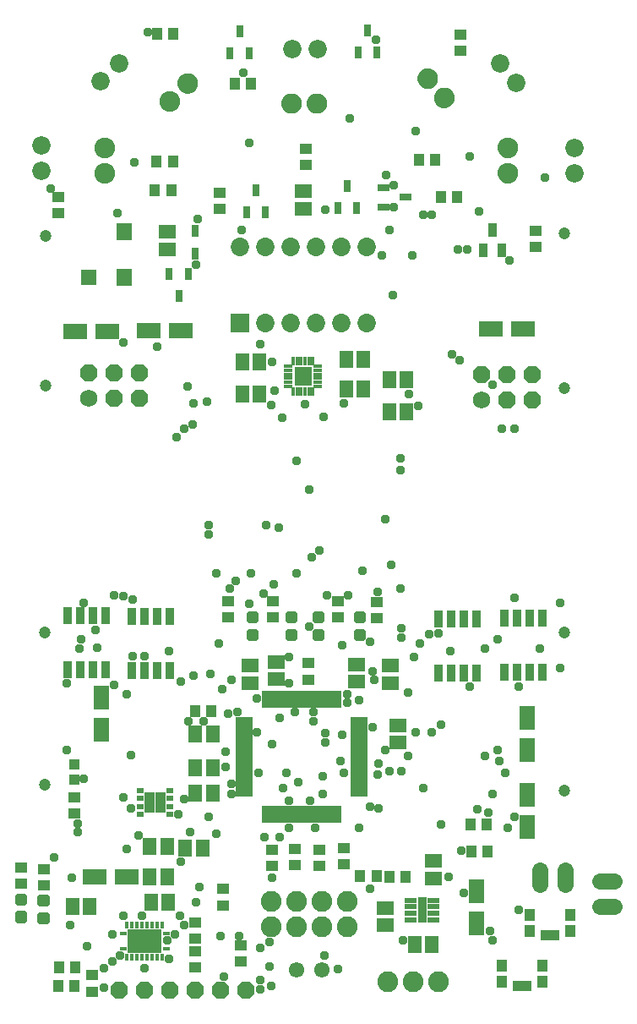
<source format=gbr>
G04 EAGLE Gerber RS-274X export*
G75*
%MOMM*%
%FSLAX34Y34*%
%LPD*%
%INSoldermask Top*%
%IPPOS*%
%AMOC8*
5,1,8,0,0,1.08239X$1,22.5*%
G01*
%ADD10C,1.203200*%
%ADD11R,1.668500X1.367800*%
%ADD12R,1.367800X1.668500*%
%ADD13C,1.000000*%
%ADD14C,0.505344*%
%ADD15R,0.703200X1.278200*%
%ADD16R,1.853200X1.853200*%
%ADD17C,1.853200*%
%ADD18R,0.653200X0.603200*%
%ADD19R,1.003200X2.103200*%
%ADD20R,1.253200X0.553200*%
%ADD21R,0.903200X2.553200*%
%ADD22R,0.853200X1.453200*%
%ADD23R,0.853200X1.731200*%
%ADD24R,0.953200X0.403200*%
%ADD25R,0.403200X0.953200*%
%ADD26R,1.793200X1.953200*%
%ADD27R,0.803200X0.443200*%
%ADD28R,0.443200X0.803200*%
%ADD29R,3.393200X2.393200*%
%ADD30R,1.653200X0.503200*%
%ADD31R,0.503200X1.653200*%
%ADD32C,1.551200*%
%ADD33C,1.727200*%
%ADD34P,1.869504X8X22.500000*%
%ADD35C,2.082800*%
%ADD36C,1.625600*%
%ADD37R,2.403200X1.603200*%
%ADD38R,1.603200X2.403200*%
%ADD39R,1.503200X1.703200*%
%ADD40R,1.503200X1.503200*%
%ADD41R,1.003200X1.003200*%
%ADD42R,0.903200X1.728200*%
%ADD43R,1.253200X0.803200*%
%ADD44R,0.803200X1.253200*%
%ADD45C,1.838200*%
%ADD46R,1.001900X1.177100*%
%ADD47R,1.177100X1.001900*%
%ADD48R,1.103200X1.203200*%
%ADD49R,1.903200X1.003200*%
%ADD50P,1.869504X8X292.500000*%
%ADD51C,0.959600*%


D10*
X-258580Y125080D03*
X-258580Y274920D03*
X261120Y277460D03*
X261120Y122540D03*
X261120Y-122540D03*
X261120Y-281270D03*
X-259850Y-274920D03*
X-259850Y-122540D03*
D11*
X81800Y-415714D03*
X81800Y-398206D03*
D12*
X85746Y98500D03*
X103254Y98500D03*
X85746Y130250D03*
X103254Y130250D03*
D11*
X130060Y-351216D03*
X130060Y-368724D03*
D12*
X111146Y-434900D03*
X128654Y-434900D03*
X-135506Y-392990D03*
X-153014Y-392990D03*
D11*
X-27420Y-151826D03*
X-27420Y-169334D03*
X-136640Y261196D03*
X-136640Y278704D03*
D12*
X-61574Y116280D03*
X-44066Y116280D03*
X-44066Y148030D03*
X-61574Y148030D03*
X42566Y121360D03*
X60074Y121360D03*
X42566Y150570D03*
X60074Y150570D03*
D11*
X94500Y-215326D03*
X94500Y-232834D03*
X52590Y-154366D03*
X52590Y-171874D03*
X86880Y-155636D03*
X86880Y-173144D03*
D12*
X-91056Y-258370D03*
X-108564Y-258370D03*
X-91056Y-283770D03*
X-108564Y-283770D03*
D11*
X-750Y301836D03*
X-750Y319344D03*
D12*
X-154284Y-337110D03*
X-136776Y-337110D03*
X-214246Y-396800D03*
X-231754Y-396800D03*
X-136776Y-367590D03*
X-154284Y-367590D03*
X-101216Y-338380D03*
X-118724Y-338380D03*
D11*
X-53380Y-155636D03*
X-53380Y-173144D03*
D12*
X-91056Y-224080D03*
X-108564Y-224080D03*
D13*
X199610Y337300D02*
X199612Y337441D01*
X199618Y337582D01*
X199628Y337722D01*
X199642Y337862D01*
X199660Y338002D01*
X199681Y338141D01*
X199707Y338280D01*
X199736Y338418D01*
X199770Y338554D01*
X199807Y338690D01*
X199848Y338825D01*
X199893Y338959D01*
X199942Y339091D01*
X199994Y339222D01*
X200050Y339351D01*
X200110Y339478D01*
X200173Y339604D01*
X200239Y339728D01*
X200310Y339851D01*
X200383Y339971D01*
X200460Y340089D01*
X200540Y340205D01*
X200624Y340318D01*
X200710Y340429D01*
X200800Y340538D01*
X200893Y340644D01*
X200988Y340747D01*
X201087Y340848D01*
X201188Y340946D01*
X201292Y341041D01*
X201399Y341133D01*
X201508Y341222D01*
X201620Y341307D01*
X201734Y341390D01*
X201850Y341470D01*
X201969Y341546D01*
X202090Y341618D01*
X202212Y341688D01*
X202337Y341753D01*
X202463Y341816D01*
X202591Y341874D01*
X202721Y341929D01*
X202852Y341981D01*
X202985Y342028D01*
X203119Y342072D01*
X203254Y342113D01*
X203390Y342149D01*
X203527Y342181D01*
X203665Y342210D01*
X203803Y342235D01*
X203943Y342255D01*
X204083Y342272D01*
X204223Y342285D01*
X204364Y342294D01*
X204504Y342299D01*
X204645Y342300D01*
X204786Y342297D01*
X204927Y342290D01*
X205067Y342279D01*
X205207Y342264D01*
X205347Y342245D01*
X205486Y342223D01*
X205624Y342196D01*
X205762Y342166D01*
X205898Y342131D01*
X206034Y342093D01*
X206168Y342051D01*
X206302Y342005D01*
X206434Y341956D01*
X206564Y341902D01*
X206693Y341845D01*
X206820Y341785D01*
X206946Y341721D01*
X207069Y341653D01*
X207191Y341582D01*
X207311Y341508D01*
X207428Y341430D01*
X207543Y341349D01*
X207656Y341265D01*
X207767Y341178D01*
X207875Y341087D01*
X207980Y340994D01*
X208083Y340897D01*
X208183Y340798D01*
X208280Y340696D01*
X208374Y340591D01*
X208465Y340484D01*
X208553Y340374D01*
X208638Y340262D01*
X208720Y340147D01*
X208799Y340030D01*
X208874Y339911D01*
X208946Y339790D01*
X209014Y339667D01*
X209079Y339542D01*
X209141Y339415D01*
X209198Y339286D01*
X209253Y339156D01*
X209303Y339025D01*
X209350Y338892D01*
X209393Y338758D01*
X209432Y338622D01*
X209467Y338486D01*
X209499Y338349D01*
X209526Y338211D01*
X209550Y338072D01*
X209570Y337932D01*
X209586Y337792D01*
X209598Y337652D01*
X209606Y337511D01*
X209610Y337370D01*
X209610Y337230D01*
X209606Y337089D01*
X209598Y336948D01*
X209586Y336808D01*
X209570Y336668D01*
X209550Y336528D01*
X209526Y336389D01*
X209499Y336251D01*
X209467Y336114D01*
X209432Y335978D01*
X209393Y335842D01*
X209350Y335708D01*
X209303Y335575D01*
X209253Y335444D01*
X209198Y335314D01*
X209141Y335185D01*
X209079Y335058D01*
X209014Y334933D01*
X208946Y334810D01*
X208874Y334689D01*
X208799Y334570D01*
X208720Y334453D01*
X208638Y334338D01*
X208553Y334226D01*
X208465Y334116D01*
X208374Y334009D01*
X208280Y333904D01*
X208183Y333802D01*
X208083Y333703D01*
X207980Y333606D01*
X207875Y333513D01*
X207767Y333422D01*
X207656Y333335D01*
X207543Y333251D01*
X207428Y333170D01*
X207311Y333092D01*
X207191Y333018D01*
X207069Y332947D01*
X206946Y332879D01*
X206820Y332815D01*
X206693Y332755D01*
X206564Y332698D01*
X206434Y332644D01*
X206302Y332595D01*
X206168Y332549D01*
X206034Y332507D01*
X205898Y332469D01*
X205762Y332434D01*
X205624Y332404D01*
X205486Y332377D01*
X205347Y332355D01*
X205207Y332336D01*
X205067Y332321D01*
X204927Y332310D01*
X204786Y332303D01*
X204645Y332300D01*
X204504Y332301D01*
X204364Y332306D01*
X204223Y332315D01*
X204083Y332328D01*
X203943Y332345D01*
X203803Y332365D01*
X203665Y332390D01*
X203527Y332419D01*
X203390Y332451D01*
X203254Y332487D01*
X203119Y332528D01*
X202985Y332572D01*
X202852Y332619D01*
X202721Y332671D01*
X202591Y332726D01*
X202463Y332784D01*
X202337Y332847D01*
X202212Y332912D01*
X202090Y332982D01*
X201969Y333054D01*
X201850Y333130D01*
X201734Y333210D01*
X201620Y333293D01*
X201508Y333378D01*
X201399Y333467D01*
X201292Y333559D01*
X201188Y333654D01*
X201087Y333752D01*
X200988Y333853D01*
X200893Y333956D01*
X200800Y334062D01*
X200710Y334171D01*
X200624Y334282D01*
X200540Y334395D01*
X200460Y334511D01*
X200383Y334629D01*
X200310Y334749D01*
X200239Y334872D01*
X200173Y334996D01*
X200110Y335122D01*
X200050Y335249D01*
X199994Y335378D01*
X199942Y335509D01*
X199893Y335641D01*
X199848Y335775D01*
X199807Y335910D01*
X199770Y336046D01*
X199736Y336182D01*
X199707Y336320D01*
X199681Y336459D01*
X199660Y336598D01*
X199642Y336738D01*
X199628Y336878D01*
X199618Y337018D01*
X199612Y337159D01*
X199610Y337300D01*
X199610Y362700D02*
X199612Y362841D01*
X199618Y362982D01*
X199628Y363122D01*
X199642Y363262D01*
X199660Y363402D01*
X199681Y363541D01*
X199707Y363680D01*
X199736Y363818D01*
X199770Y363954D01*
X199807Y364090D01*
X199848Y364225D01*
X199893Y364359D01*
X199942Y364491D01*
X199994Y364622D01*
X200050Y364751D01*
X200110Y364878D01*
X200173Y365004D01*
X200239Y365128D01*
X200310Y365251D01*
X200383Y365371D01*
X200460Y365489D01*
X200540Y365605D01*
X200624Y365718D01*
X200710Y365829D01*
X200800Y365938D01*
X200893Y366044D01*
X200988Y366147D01*
X201087Y366248D01*
X201188Y366346D01*
X201292Y366441D01*
X201399Y366533D01*
X201508Y366622D01*
X201620Y366707D01*
X201734Y366790D01*
X201850Y366870D01*
X201969Y366946D01*
X202090Y367018D01*
X202212Y367088D01*
X202337Y367153D01*
X202463Y367216D01*
X202591Y367274D01*
X202721Y367329D01*
X202852Y367381D01*
X202985Y367428D01*
X203119Y367472D01*
X203254Y367513D01*
X203390Y367549D01*
X203527Y367581D01*
X203665Y367610D01*
X203803Y367635D01*
X203943Y367655D01*
X204083Y367672D01*
X204223Y367685D01*
X204364Y367694D01*
X204504Y367699D01*
X204645Y367700D01*
X204786Y367697D01*
X204927Y367690D01*
X205067Y367679D01*
X205207Y367664D01*
X205347Y367645D01*
X205486Y367623D01*
X205624Y367596D01*
X205762Y367566D01*
X205898Y367531D01*
X206034Y367493D01*
X206168Y367451D01*
X206302Y367405D01*
X206434Y367356D01*
X206564Y367302D01*
X206693Y367245D01*
X206820Y367185D01*
X206946Y367121D01*
X207069Y367053D01*
X207191Y366982D01*
X207311Y366908D01*
X207428Y366830D01*
X207543Y366749D01*
X207656Y366665D01*
X207767Y366578D01*
X207875Y366487D01*
X207980Y366394D01*
X208083Y366297D01*
X208183Y366198D01*
X208280Y366096D01*
X208374Y365991D01*
X208465Y365884D01*
X208553Y365774D01*
X208638Y365662D01*
X208720Y365547D01*
X208799Y365430D01*
X208874Y365311D01*
X208946Y365190D01*
X209014Y365067D01*
X209079Y364942D01*
X209141Y364815D01*
X209198Y364686D01*
X209253Y364556D01*
X209303Y364425D01*
X209350Y364292D01*
X209393Y364158D01*
X209432Y364022D01*
X209467Y363886D01*
X209499Y363749D01*
X209526Y363611D01*
X209550Y363472D01*
X209570Y363332D01*
X209586Y363192D01*
X209598Y363052D01*
X209606Y362911D01*
X209610Y362770D01*
X209610Y362630D01*
X209606Y362489D01*
X209598Y362348D01*
X209586Y362208D01*
X209570Y362068D01*
X209550Y361928D01*
X209526Y361789D01*
X209499Y361651D01*
X209467Y361514D01*
X209432Y361378D01*
X209393Y361242D01*
X209350Y361108D01*
X209303Y360975D01*
X209253Y360844D01*
X209198Y360714D01*
X209141Y360585D01*
X209079Y360458D01*
X209014Y360333D01*
X208946Y360210D01*
X208874Y360089D01*
X208799Y359970D01*
X208720Y359853D01*
X208638Y359738D01*
X208553Y359626D01*
X208465Y359516D01*
X208374Y359409D01*
X208280Y359304D01*
X208183Y359202D01*
X208083Y359103D01*
X207980Y359006D01*
X207875Y358913D01*
X207767Y358822D01*
X207656Y358735D01*
X207543Y358651D01*
X207428Y358570D01*
X207311Y358492D01*
X207191Y358418D01*
X207069Y358347D01*
X206946Y358279D01*
X206820Y358215D01*
X206693Y358155D01*
X206564Y358098D01*
X206434Y358044D01*
X206302Y357995D01*
X206168Y357949D01*
X206034Y357907D01*
X205898Y357869D01*
X205762Y357834D01*
X205624Y357804D01*
X205486Y357777D01*
X205347Y357755D01*
X205207Y357736D01*
X205067Y357721D01*
X204927Y357710D01*
X204786Y357703D01*
X204645Y357700D01*
X204504Y357701D01*
X204364Y357706D01*
X204223Y357715D01*
X204083Y357728D01*
X203943Y357745D01*
X203803Y357765D01*
X203665Y357790D01*
X203527Y357819D01*
X203390Y357851D01*
X203254Y357887D01*
X203119Y357928D01*
X202985Y357972D01*
X202852Y358019D01*
X202721Y358071D01*
X202591Y358126D01*
X202463Y358184D01*
X202337Y358247D01*
X202212Y358312D01*
X202090Y358382D01*
X201969Y358454D01*
X201850Y358530D01*
X201734Y358610D01*
X201620Y358693D01*
X201508Y358778D01*
X201399Y358867D01*
X201292Y358959D01*
X201188Y359054D01*
X201087Y359152D01*
X200988Y359253D01*
X200893Y359356D01*
X200800Y359462D01*
X200710Y359571D01*
X200624Y359682D01*
X200540Y359795D01*
X200460Y359911D01*
X200383Y360029D01*
X200310Y360149D01*
X200239Y360272D01*
X200173Y360396D01*
X200110Y360522D01*
X200050Y360649D01*
X199994Y360778D01*
X199942Y360909D01*
X199893Y361041D01*
X199848Y361175D01*
X199807Y361310D01*
X199770Y361446D01*
X199736Y361582D01*
X199707Y361720D01*
X199681Y361859D01*
X199660Y361998D01*
X199642Y362138D01*
X199628Y362278D01*
X199618Y362418D01*
X199612Y362559D01*
X199610Y362700D01*
D14*
X-48060Y-110850D02*
X-55040Y-110850D01*
X-55040Y-103870D01*
X-48060Y-103870D01*
X-48060Y-110850D01*
X-48060Y-106050D02*
X-55040Y-106050D01*
X-55040Y-128390D02*
X-48060Y-128390D01*
X-55040Y-128390D02*
X-55040Y-121410D01*
X-48060Y-121410D01*
X-48060Y-128390D01*
X-48060Y-123590D02*
X-55040Y-123590D01*
X-15670Y-110850D02*
X-8690Y-110850D01*
X-15670Y-110850D02*
X-15670Y-103870D01*
X-8690Y-103870D01*
X-8690Y-110850D01*
X-8690Y-106050D02*
X-15670Y-106050D01*
X-15670Y-128390D02*
X-8690Y-128390D01*
X-15670Y-128390D02*
X-15670Y-121410D01*
X-8690Y-121410D01*
X-8690Y-128390D01*
X-8690Y-123590D02*
X-15670Y-123590D01*
X11000Y-110850D02*
X17980Y-110850D01*
X11000Y-110850D02*
X11000Y-103870D01*
X17980Y-103870D01*
X17980Y-110850D01*
X17980Y-106050D02*
X11000Y-106050D01*
X11000Y-128390D02*
X17980Y-128390D01*
X11000Y-128390D02*
X11000Y-121410D01*
X17980Y-121410D01*
X17980Y-128390D01*
X17980Y-123590D02*
X11000Y-123590D01*
D13*
X119302Y431964D02*
X119304Y432105D01*
X119310Y432246D01*
X119320Y432386D01*
X119334Y432526D01*
X119352Y432666D01*
X119373Y432805D01*
X119399Y432944D01*
X119428Y433082D01*
X119462Y433218D01*
X119499Y433354D01*
X119540Y433489D01*
X119585Y433623D01*
X119634Y433755D01*
X119686Y433886D01*
X119742Y434015D01*
X119802Y434142D01*
X119865Y434268D01*
X119931Y434392D01*
X120002Y434515D01*
X120075Y434635D01*
X120152Y434753D01*
X120232Y434869D01*
X120316Y434982D01*
X120402Y435093D01*
X120492Y435202D01*
X120585Y435308D01*
X120680Y435411D01*
X120779Y435512D01*
X120880Y435610D01*
X120984Y435705D01*
X121091Y435797D01*
X121200Y435886D01*
X121312Y435971D01*
X121426Y436054D01*
X121542Y436134D01*
X121661Y436210D01*
X121782Y436282D01*
X121904Y436352D01*
X122029Y436417D01*
X122155Y436480D01*
X122283Y436538D01*
X122413Y436593D01*
X122544Y436645D01*
X122677Y436692D01*
X122811Y436736D01*
X122946Y436777D01*
X123082Y436813D01*
X123219Y436845D01*
X123357Y436874D01*
X123495Y436899D01*
X123635Y436919D01*
X123775Y436936D01*
X123915Y436949D01*
X124056Y436958D01*
X124196Y436963D01*
X124337Y436964D01*
X124478Y436961D01*
X124619Y436954D01*
X124759Y436943D01*
X124899Y436928D01*
X125039Y436909D01*
X125178Y436887D01*
X125316Y436860D01*
X125454Y436830D01*
X125590Y436795D01*
X125726Y436757D01*
X125860Y436715D01*
X125994Y436669D01*
X126126Y436620D01*
X126256Y436566D01*
X126385Y436509D01*
X126512Y436449D01*
X126638Y436385D01*
X126761Y436317D01*
X126883Y436246D01*
X127003Y436172D01*
X127120Y436094D01*
X127235Y436013D01*
X127348Y435929D01*
X127459Y435842D01*
X127567Y435751D01*
X127672Y435658D01*
X127775Y435561D01*
X127875Y435462D01*
X127972Y435360D01*
X128066Y435255D01*
X128157Y435148D01*
X128245Y435038D01*
X128330Y434926D01*
X128412Y434811D01*
X128491Y434694D01*
X128566Y434575D01*
X128638Y434454D01*
X128706Y434331D01*
X128771Y434206D01*
X128833Y434079D01*
X128890Y433950D01*
X128945Y433820D01*
X128995Y433689D01*
X129042Y433556D01*
X129085Y433422D01*
X129124Y433286D01*
X129159Y433150D01*
X129191Y433013D01*
X129218Y432875D01*
X129242Y432736D01*
X129262Y432596D01*
X129278Y432456D01*
X129290Y432316D01*
X129298Y432175D01*
X129302Y432034D01*
X129302Y431894D01*
X129298Y431753D01*
X129290Y431612D01*
X129278Y431472D01*
X129262Y431332D01*
X129242Y431192D01*
X129218Y431053D01*
X129191Y430915D01*
X129159Y430778D01*
X129124Y430642D01*
X129085Y430506D01*
X129042Y430372D01*
X128995Y430239D01*
X128945Y430108D01*
X128890Y429978D01*
X128833Y429849D01*
X128771Y429722D01*
X128706Y429597D01*
X128638Y429474D01*
X128566Y429353D01*
X128491Y429234D01*
X128412Y429117D01*
X128330Y429002D01*
X128245Y428890D01*
X128157Y428780D01*
X128066Y428673D01*
X127972Y428568D01*
X127875Y428466D01*
X127775Y428367D01*
X127672Y428270D01*
X127567Y428177D01*
X127459Y428086D01*
X127348Y427999D01*
X127235Y427915D01*
X127120Y427834D01*
X127003Y427756D01*
X126883Y427682D01*
X126761Y427611D01*
X126638Y427543D01*
X126512Y427479D01*
X126385Y427419D01*
X126256Y427362D01*
X126126Y427308D01*
X125994Y427259D01*
X125860Y427213D01*
X125726Y427171D01*
X125590Y427133D01*
X125454Y427098D01*
X125316Y427068D01*
X125178Y427041D01*
X125039Y427019D01*
X124899Y427000D01*
X124759Y426985D01*
X124619Y426974D01*
X124478Y426967D01*
X124337Y426964D01*
X124196Y426965D01*
X124056Y426970D01*
X123915Y426979D01*
X123775Y426992D01*
X123635Y427009D01*
X123495Y427029D01*
X123357Y427054D01*
X123219Y427083D01*
X123082Y427115D01*
X122946Y427151D01*
X122811Y427192D01*
X122677Y427236D01*
X122544Y427283D01*
X122413Y427335D01*
X122283Y427390D01*
X122155Y427448D01*
X122029Y427511D01*
X121904Y427576D01*
X121782Y427646D01*
X121661Y427718D01*
X121542Y427794D01*
X121426Y427874D01*
X121312Y427957D01*
X121200Y428042D01*
X121091Y428131D01*
X120984Y428223D01*
X120880Y428318D01*
X120779Y428416D01*
X120680Y428517D01*
X120585Y428620D01*
X120492Y428726D01*
X120402Y428835D01*
X120316Y428946D01*
X120232Y429059D01*
X120152Y429175D01*
X120075Y429293D01*
X120002Y429413D01*
X119931Y429536D01*
X119865Y429660D01*
X119802Y429786D01*
X119742Y429913D01*
X119686Y430042D01*
X119634Y430173D01*
X119585Y430305D01*
X119540Y430439D01*
X119499Y430574D01*
X119462Y430710D01*
X119428Y430846D01*
X119399Y430984D01*
X119373Y431123D01*
X119352Y431262D01*
X119334Y431402D01*
X119320Y431542D01*
X119310Y431682D01*
X119304Y431823D01*
X119302Y431964D01*
X135898Y412736D02*
X135900Y412877D01*
X135906Y413018D01*
X135916Y413158D01*
X135930Y413298D01*
X135948Y413438D01*
X135969Y413577D01*
X135995Y413716D01*
X136024Y413854D01*
X136058Y413990D01*
X136095Y414126D01*
X136136Y414261D01*
X136181Y414395D01*
X136230Y414527D01*
X136282Y414658D01*
X136338Y414787D01*
X136398Y414914D01*
X136461Y415040D01*
X136527Y415164D01*
X136598Y415287D01*
X136671Y415407D01*
X136748Y415525D01*
X136828Y415641D01*
X136912Y415754D01*
X136998Y415865D01*
X137088Y415974D01*
X137181Y416080D01*
X137276Y416183D01*
X137375Y416284D01*
X137476Y416382D01*
X137580Y416477D01*
X137687Y416569D01*
X137796Y416658D01*
X137908Y416743D01*
X138022Y416826D01*
X138138Y416906D01*
X138257Y416982D01*
X138378Y417054D01*
X138500Y417124D01*
X138625Y417189D01*
X138751Y417252D01*
X138879Y417310D01*
X139009Y417365D01*
X139140Y417417D01*
X139273Y417464D01*
X139407Y417508D01*
X139542Y417549D01*
X139678Y417585D01*
X139815Y417617D01*
X139953Y417646D01*
X140091Y417671D01*
X140231Y417691D01*
X140371Y417708D01*
X140511Y417721D01*
X140652Y417730D01*
X140792Y417735D01*
X140933Y417736D01*
X141074Y417733D01*
X141215Y417726D01*
X141355Y417715D01*
X141495Y417700D01*
X141635Y417681D01*
X141774Y417659D01*
X141912Y417632D01*
X142050Y417602D01*
X142186Y417567D01*
X142322Y417529D01*
X142456Y417487D01*
X142590Y417441D01*
X142722Y417392D01*
X142852Y417338D01*
X142981Y417281D01*
X143108Y417221D01*
X143234Y417157D01*
X143357Y417089D01*
X143479Y417018D01*
X143599Y416944D01*
X143716Y416866D01*
X143831Y416785D01*
X143944Y416701D01*
X144055Y416614D01*
X144163Y416523D01*
X144268Y416430D01*
X144371Y416333D01*
X144471Y416234D01*
X144568Y416132D01*
X144662Y416027D01*
X144753Y415920D01*
X144841Y415810D01*
X144926Y415698D01*
X145008Y415583D01*
X145087Y415466D01*
X145162Y415347D01*
X145234Y415226D01*
X145302Y415103D01*
X145367Y414978D01*
X145429Y414851D01*
X145486Y414722D01*
X145541Y414592D01*
X145591Y414461D01*
X145638Y414328D01*
X145681Y414194D01*
X145720Y414058D01*
X145755Y413922D01*
X145787Y413785D01*
X145814Y413647D01*
X145838Y413508D01*
X145858Y413368D01*
X145874Y413228D01*
X145886Y413088D01*
X145894Y412947D01*
X145898Y412806D01*
X145898Y412666D01*
X145894Y412525D01*
X145886Y412384D01*
X145874Y412244D01*
X145858Y412104D01*
X145838Y411964D01*
X145814Y411825D01*
X145787Y411687D01*
X145755Y411550D01*
X145720Y411414D01*
X145681Y411278D01*
X145638Y411144D01*
X145591Y411011D01*
X145541Y410880D01*
X145486Y410750D01*
X145429Y410621D01*
X145367Y410494D01*
X145302Y410369D01*
X145234Y410246D01*
X145162Y410125D01*
X145087Y410006D01*
X145008Y409889D01*
X144926Y409774D01*
X144841Y409662D01*
X144753Y409552D01*
X144662Y409445D01*
X144568Y409340D01*
X144471Y409238D01*
X144371Y409139D01*
X144268Y409042D01*
X144163Y408949D01*
X144055Y408858D01*
X143944Y408771D01*
X143831Y408687D01*
X143716Y408606D01*
X143599Y408528D01*
X143479Y408454D01*
X143357Y408383D01*
X143234Y408315D01*
X143108Y408251D01*
X142981Y408191D01*
X142852Y408134D01*
X142722Y408080D01*
X142590Y408031D01*
X142456Y407985D01*
X142322Y407943D01*
X142186Y407905D01*
X142050Y407870D01*
X141912Y407840D01*
X141774Y407813D01*
X141635Y407791D01*
X141495Y407772D01*
X141355Y407757D01*
X141215Y407746D01*
X141074Y407739D01*
X140933Y407736D01*
X140792Y407737D01*
X140652Y407742D01*
X140511Y407751D01*
X140371Y407764D01*
X140231Y407781D01*
X140091Y407801D01*
X139953Y407826D01*
X139815Y407855D01*
X139678Y407887D01*
X139542Y407923D01*
X139407Y407964D01*
X139273Y408008D01*
X139140Y408055D01*
X139009Y408107D01*
X138879Y408162D01*
X138751Y408220D01*
X138625Y408283D01*
X138500Y408348D01*
X138378Y408418D01*
X138257Y408490D01*
X138138Y408566D01*
X138022Y408646D01*
X137908Y408729D01*
X137796Y408814D01*
X137687Y408903D01*
X137580Y408995D01*
X137476Y409090D01*
X137375Y409188D01*
X137276Y409289D01*
X137181Y409392D01*
X137088Y409498D01*
X136998Y409607D01*
X136912Y409718D01*
X136828Y409831D01*
X136748Y409947D01*
X136671Y410065D01*
X136598Y410185D01*
X136527Y410308D01*
X136461Y410432D01*
X136398Y410558D01*
X136338Y410685D01*
X136282Y410814D01*
X136230Y410945D01*
X136181Y411077D01*
X136136Y411211D01*
X136095Y411346D01*
X136058Y411482D01*
X136024Y411618D01*
X135995Y411756D01*
X135969Y411895D01*
X135948Y412034D01*
X135930Y412174D01*
X135916Y412314D01*
X135906Y412454D01*
X135900Y412595D01*
X135898Y412736D01*
D14*
X59890Y-110850D02*
X52910Y-110850D01*
X52910Y-103870D01*
X59890Y-103870D01*
X59890Y-110850D01*
X59890Y-106050D02*
X52910Y-106050D01*
X52910Y-128390D02*
X59890Y-128390D01*
X52910Y-128390D02*
X52910Y-121410D01*
X59890Y-121410D01*
X59890Y-128390D01*
X59890Y-123590D02*
X52910Y-123590D01*
X-257280Y-405230D02*
X-264260Y-405230D01*
X-257280Y-405230D02*
X-257280Y-412210D01*
X-264260Y-412210D01*
X-264260Y-405230D01*
X-264260Y-407410D02*
X-257280Y-407410D01*
X-257280Y-387690D02*
X-264260Y-387690D01*
X-257280Y-387690D02*
X-257280Y-394670D01*
X-264260Y-394670D01*
X-264260Y-387690D01*
X-264260Y-389870D02*
X-257280Y-389870D01*
X-279670Y-403960D02*
X-286650Y-403960D01*
X-279670Y-403960D02*
X-279670Y-410940D01*
X-286650Y-410940D01*
X-286650Y-403960D01*
X-286650Y-406140D02*
X-279670Y-406140D01*
X-279670Y-386420D02*
X-286650Y-386420D01*
X-279670Y-386420D02*
X-279670Y-393400D01*
X-286650Y-393400D01*
X-286650Y-386420D01*
X-286650Y-388600D02*
X-279670Y-388600D01*
D13*
X-204480Y337220D02*
X-204478Y337361D01*
X-204472Y337502D01*
X-204462Y337642D01*
X-204448Y337782D01*
X-204430Y337922D01*
X-204409Y338061D01*
X-204383Y338200D01*
X-204354Y338338D01*
X-204320Y338474D01*
X-204283Y338610D01*
X-204242Y338745D01*
X-204197Y338879D01*
X-204148Y339011D01*
X-204096Y339142D01*
X-204040Y339271D01*
X-203980Y339398D01*
X-203917Y339524D01*
X-203851Y339648D01*
X-203780Y339771D01*
X-203707Y339891D01*
X-203630Y340009D01*
X-203550Y340125D01*
X-203466Y340238D01*
X-203380Y340349D01*
X-203290Y340458D01*
X-203197Y340564D01*
X-203102Y340667D01*
X-203003Y340768D01*
X-202902Y340866D01*
X-202798Y340961D01*
X-202691Y341053D01*
X-202582Y341142D01*
X-202470Y341227D01*
X-202356Y341310D01*
X-202240Y341390D01*
X-202121Y341466D01*
X-202000Y341538D01*
X-201878Y341608D01*
X-201753Y341673D01*
X-201627Y341736D01*
X-201499Y341794D01*
X-201369Y341849D01*
X-201238Y341901D01*
X-201105Y341948D01*
X-200971Y341992D01*
X-200836Y342033D01*
X-200700Y342069D01*
X-200563Y342101D01*
X-200425Y342130D01*
X-200287Y342155D01*
X-200147Y342175D01*
X-200007Y342192D01*
X-199867Y342205D01*
X-199726Y342214D01*
X-199586Y342219D01*
X-199445Y342220D01*
X-199304Y342217D01*
X-199163Y342210D01*
X-199023Y342199D01*
X-198883Y342184D01*
X-198743Y342165D01*
X-198604Y342143D01*
X-198466Y342116D01*
X-198328Y342086D01*
X-198192Y342051D01*
X-198056Y342013D01*
X-197922Y341971D01*
X-197788Y341925D01*
X-197656Y341876D01*
X-197526Y341822D01*
X-197397Y341765D01*
X-197270Y341705D01*
X-197144Y341641D01*
X-197021Y341573D01*
X-196899Y341502D01*
X-196779Y341428D01*
X-196662Y341350D01*
X-196547Y341269D01*
X-196434Y341185D01*
X-196323Y341098D01*
X-196215Y341007D01*
X-196110Y340914D01*
X-196007Y340817D01*
X-195907Y340718D01*
X-195810Y340616D01*
X-195716Y340511D01*
X-195625Y340404D01*
X-195537Y340294D01*
X-195452Y340182D01*
X-195370Y340067D01*
X-195291Y339950D01*
X-195216Y339831D01*
X-195144Y339710D01*
X-195076Y339587D01*
X-195011Y339462D01*
X-194949Y339335D01*
X-194892Y339206D01*
X-194837Y339076D01*
X-194787Y338945D01*
X-194740Y338812D01*
X-194697Y338678D01*
X-194658Y338542D01*
X-194623Y338406D01*
X-194591Y338269D01*
X-194564Y338131D01*
X-194540Y337992D01*
X-194520Y337852D01*
X-194504Y337712D01*
X-194492Y337572D01*
X-194484Y337431D01*
X-194480Y337290D01*
X-194480Y337150D01*
X-194484Y337009D01*
X-194492Y336868D01*
X-194504Y336728D01*
X-194520Y336588D01*
X-194540Y336448D01*
X-194564Y336309D01*
X-194591Y336171D01*
X-194623Y336034D01*
X-194658Y335898D01*
X-194697Y335762D01*
X-194740Y335628D01*
X-194787Y335495D01*
X-194837Y335364D01*
X-194892Y335234D01*
X-194949Y335105D01*
X-195011Y334978D01*
X-195076Y334853D01*
X-195144Y334730D01*
X-195216Y334609D01*
X-195291Y334490D01*
X-195370Y334373D01*
X-195452Y334258D01*
X-195537Y334146D01*
X-195625Y334036D01*
X-195716Y333929D01*
X-195810Y333824D01*
X-195907Y333722D01*
X-196007Y333623D01*
X-196110Y333526D01*
X-196215Y333433D01*
X-196323Y333342D01*
X-196434Y333255D01*
X-196547Y333171D01*
X-196662Y333090D01*
X-196779Y333012D01*
X-196899Y332938D01*
X-197021Y332867D01*
X-197144Y332799D01*
X-197270Y332735D01*
X-197397Y332675D01*
X-197526Y332618D01*
X-197656Y332564D01*
X-197788Y332515D01*
X-197922Y332469D01*
X-198056Y332427D01*
X-198192Y332389D01*
X-198328Y332354D01*
X-198466Y332324D01*
X-198604Y332297D01*
X-198743Y332275D01*
X-198883Y332256D01*
X-199023Y332241D01*
X-199163Y332230D01*
X-199304Y332223D01*
X-199445Y332220D01*
X-199586Y332221D01*
X-199726Y332226D01*
X-199867Y332235D01*
X-200007Y332248D01*
X-200147Y332265D01*
X-200287Y332285D01*
X-200425Y332310D01*
X-200563Y332339D01*
X-200700Y332371D01*
X-200836Y332407D01*
X-200971Y332448D01*
X-201105Y332492D01*
X-201238Y332539D01*
X-201369Y332591D01*
X-201499Y332646D01*
X-201627Y332704D01*
X-201753Y332767D01*
X-201878Y332832D01*
X-202000Y332902D01*
X-202121Y332974D01*
X-202240Y333050D01*
X-202356Y333130D01*
X-202470Y333213D01*
X-202582Y333298D01*
X-202691Y333387D01*
X-202798Y333479D01*
X-202902Y333574D01*
X-203003Y333672D01*
X-203102Y333773D01*
X-203197Y333876D01*
X-203290Y333982D01*
X-203380Y334091D01*
X-203466Y334202D01*
X-203550Y334315D01*
X-203630Y334431D01*
X-203707Y334549D01*
X-203780Y334669D01*
X-203851Y334792D01*
X-203917Y334916D01*
X-203980Y335042D01*
X-204040Y335169D01*
X-204096Y335298D01*
X-204148Y335429D01*
X-204197Y335561D01*
X-204242Y335695D01*
X-204283Y335830D01*
X-204320Y335966D01*
X-204354Y336102D01*
X-204383Y336240D01*
X-204409Y336379D01*
X-204430Y336518D01*
X-204448Y336658D01*
X-204462Y336798D01*
X-204472Y336938D01*
X-204478Y337079D01*
X-204480Y337220D01*
X-204480Y362620D02*
X-204478Y362761D01*
X-204472Y362902D01*
X-204462Y363042D01*
X-204448Y363182D01*
X-204430Y363322D01*
X-204409Y363461D01*
X-204383Y363600D01*
X-204354Y363738D01*
X-204320Y363874D01*
X-204283Y364010D01*
X-204242Y364145D01*
X-204197Y364279D01*
X-204148Y364411D01*
X-204096Y364542D01*
X-204040Y364671D01*
X-203980Y364798D01*
X-203917Y364924D01*
X-203851Y365048D01*
X-203780Y365171D01*
X-203707Y365291D01*
X-203630Y365409D01*
X-203550Y365525D01*
X-203466Y365638D01*
X-203380Y365749D01*
X-203290Y365858D01*
X-203197Y365964D01*
X-203102Y366067D01*
X-203003Y366168D01*
X-202902Y366266D01*
X-202798Y366361D01*
X-202691Y366453D01*
X-202582Y366542D01*
X-202470Y366627D01*
X-202356Y366710D01*
X-202240Y366790D01*
X-202121Y366866D01*
X-202000Y366938D01*
X-201878Y367008D01*
X-201753Y367073D01*
X-201627Y367136D01*
X-201499Y367194D01*
X-201369Y367249D01*
X-201238Y367301D01*
X-201105Y367348D01*
X-200971Y367392D01*
X-200836Y367433D01*
X-200700Y367469D01*
X-200563Y367501D01*
X-200425Y367530D01*
X-200287Y367555D01*
X-200147Y367575D01*
X-200007Y367592D01*
X-199867Y367605D01*
X-199726Y367614D01*
X-199586Y367619D01*
X-199445Y367620D01*
X-199304Y367617D01*
X-199163Y367610D01*
X-199023Y367599D01*
X-198883Y367584D01*
X-198743Y367565D01*
X-198604Y367543D01*
X-198466Y367516D01*
X-198328Y367486D01*
X-198192Y367451D01*
X-198056Y367413D01*
X-197922Y367371D01*
X-197788Y367325D01*
X-197656Y367276D01*
X-197526Y367222D01*
X-197397Y367165D01*
X-197270Y367105D01*
X-197144Y367041D01*
X-197021Y366973D01*
X-196899Y366902D01*
X-196779Y366828D01*
X-196662Y366750D01*
X-196547Y366669D01*
X-196434Y366585D01*
X-196323Y366498D01*
X-196215Y366407D01*
X-196110Y366314D01*
X-196007Y366217D01*
X-195907Y366118D01*
X-195810Y366016D01*
X-195716Y365911D01*
X-195625Y365804D01*
X-195537Y365694D01*
X-195452Y365582D01*
X-195370Y365467D01*
X-195291Y365350D01*
X-195216Y365231D01*
X-195144Y365110D01*
X-195076Y364987D01*
X-195011Y364862D01*
X-194949Y364735D01*
X-194892Y364606D01*
X-194837Y364476D01*
X-194787Y364345D01*
X-194740Y364212D01*
X-194697Y364078D01*
X-194658Y363942D01*
X-194623Y363806D01*
X-194591Y363669D01*
X-194564Y363531D01*
X-194540Y363392D01*
X-194520Y363252D01*
X-194504Y363112D01*
X-194492Y362972D01*
X-194484Y362831D01*
X-194480Y362690D01*
X-194480Y362550D01*
X-194484Y362409D01*
X-194492Y362268D01*
X-194504Y362128D01*
X-194520Y361988D01*
X-194540Y361848D01*
X-194564Y361709D01*
X-194591Y361571D01*
X-194623Y361434D01*
X-194658Y361298D01*
X-194697Y361162D01*
X-194740Y361028D01*
X-194787Y360895D01*
X-194837Y360764D01*
X-194892Y360634D01*
X-194949Y360505D01*
X-195011Y360378D01*
X-195076Y360253D01*
X-195144Y360130D01*
X-195216Y360009D01*
X-195291Y359890D01*
X-195370Y359773D01*
X-195452Y359658D01*
X-195537Y359546D01*
X-195625Y359436D01*
X-195716Y359329D01*
X-195810Y359224D01*
X-195907Y359122D01*
X-196007Y359023D01*
X-196110Y358926D01*
X-196215Y358833D01*
X-196323Y358742D01*
X-196434Y358655D01*
X-196547Y358571D01*
X-196662Y358490D01*
X-196779Y358412D01*
X-196899Y358338D01*
X-197021Y358267D01*
X-197144Y358199D01*
X-197270Y358135D01*
X-197397Y358075D01*
X-197526Y358018D01*
X-197656Y357964D01*
X-197788Y357915D01*
X-197922Y357869D01*
X-198056Y357827D01*
X-198192Y357789D01*
X-198328Y357754D01*
X-198466Y357724D01*
X-198604Y357697D01*
X-198743Y357675D01*
X-198883Y357656D01*
X-199023Y357641D01*
X-199163Y357630D01*
X-199304Y357623D01*
X-199445Y357620D01*
X-199586Y357621D01*
X-199726Y357626D01*
X-199867Y357635D01*
X-200007Y357648D01*
X-200147Y357665D01*
X-200287Y357685D01*
X-200425Y357710D01*
X-200563Y357739D01*
X-200700Y357771D01*
X-200836Y357807D01*
X-200971Y357848D01*
X-201105Y357892D01*
X-201238Y357939D01*
X-201369Y357991D01*
X-201499Y358046D01*
X-201627Y358104D01*
X-201753Y358167D01*
X-201878Y358232D01*
X-202000Y358302D01*
X-202121Y358374D01*
X-202240Y358450D01*
X-202356Y358530D01*
X-202470Y358613D01*
X-202582Y358698D01*
X-202691Y358787D01*
X-202798Y358879D01*
X-202902Y358974D01*
X-203003Y359072D01*
X-203102Y359173D01*
X-203197Y359276D01*
X-203290Y359382D01*
X-203380Y359491D01*
X-203466Y359602D01*
X-203550Y359715D01*
X-203630Y359831D01*
X-203707Y359949D01*
X-203780Y360069D01*
X-203851Y360192D01*
X-203917Y360316D01*
X-203980Y360442D01*
X-204040Y360569D01*
X-204096Y360698D01*
X-204148Y360829D01*
X-204197Y360961D01*
X-204242Y361095D01*
X-204283Y361230D01*
X-204320Y361366D01*
X-204354Y361502D01*
X-204383Y361640D01*
X-204409Y361779D01*
X-204430Y361918D01*
X-204448Y362058D01*
X-204462Y362198D01*
X-204472Y362338D01*
X-204478Y362479D01*
X-204480Y362620D01*
X-139190Y409230D02*
X-139188Y409371D01*
X-139182Y409512D01*
X-139172Y409652D01*
X-139158Y409792D01*
X-139140Y409932D01*
X-139119Y410071D01*
X-139093Y410210D01*
X-139064Y410348D01*
X-139030Y410484D01*
X-138993Y410620D01*
X-138952Y410755D01*
X-138907Y410889D01*
X-138858Y411021D01*
X-138806Y411152D01*
X-138750Y411281D01*
X-138690Y411408D01*
X-138627Y411534D01*
X-138561Y411658D01*
X-138490Y411781D01*
X-138417Y411901D01*
X-138340Y412019D01*
X-138260Y412135D01*
X-138176Y412248D01*
X-138090Y412359D01*
X-138000Y412468D01*
X-137907Y412574D01*
X-137812Y412677D01*
X-137713Y412778D01*
X-137612Y412876D01*
X-137508Y412971D01*
X-137401Y413063D01*
X-137292Y413152D01*
X-137180Y413237D01*
X-137066Y413320D01*
X-136950Y413400D01*
X-136831Y413476D01*
X-136710Y413548D01*
X-136588Y413618D01*
X-136463Y413683D01*
X-136337Y413746D01*
X-136209Y413804D01*
X-136079Y413859D01*
X-135948Y413911D01*
X-135815Y413958D01*
X-135681Y414002D01*
X-135546Y414043D01*
X-135410Y414079D01*
X-135273Y414111D01*
X-135135Y414140D01*
X-134997Y414165D01*
X-134857Y414185D01*
X-134717Y414202D01*
X-134577Y414215D01*
X-134436Y414224D01*
X-134296Y414229D01*
X-134155Y414230D01*
X-134014Y414227D01*
X-133873Y414220D01*
X-133733Y414209D01*
X-133593Y414194D01*
X-133453Y414175D01*
X-133314Y414153D01*
X-133176Y414126D01*
X-133038Y414096D01*
X-132902Y414061D01*
X-132766Y414023D01*
X-132632Y413981D01*
X-132498Y413935D01*
X-132366Y413886D01*
X-132236Y413832D01*
X-132107Y413775D01*
X-131980Y413715D01*
X-131854Y413651D01*
X-131731Y413583D01*
X-131609Y413512D01*
X-131489Y413438D01*
X-131372Y413360D01*
X-131257Y413279D01*
X-131144Y413195D01*
X-131033Y413108D01*
X-130925Y413017D01*
X-130820Y412924D01*
X-130717Y412827D01*
X-130617Y412728D01*
X-130520Y412626D01*
X-130426Y412521D01*
X-130335Y412414D01*
X-130247Y412304D01*
X-130162Y412192D01*
X-130080Y412077D01*
X-130001Y411960D01*
X-129926Y411841D01*
X-129854Y411720D01*
X-129786Y411597D01*
X-129721Y411472D01*
X-129659Y411345D01*
X-129602Y411216D01*
X-129547Y411086D01*
X-129497Y410955D01*
X-129450Y410822D01*
X-129407Y410688D01*
X-129368Y410552D01*
X-129333Y410416D01*
X-129301Y410279D01*
X-129274Y410141D01*
X-129250Y410002D01*
X-129230Y409862D01*
X-129214Y409722D01*
X-129202Y409582D01*
X-129194Y409441D01*
X-129190Y409300D01*
X-129190Y409160D01*
X-129194Y409019D01*
X-129202Y408878D01*
X-129214Y408738D01*
X-129230Y408598D01*
X-129250Y408458D01*
X-129274Y408319D01*
X-129301Y408181D01*
X-129333Y408044D01*
X-129368Y407908D01*
X-129407Y407772D01*
X-129450Y407638D01*
X-129497Y407505D01*
X-129547Y407374D01*
X-129602Y407244D01*
X-129659Y407115D01*
X-129721Y406988D01*
X-129786Y406863D01*
X-129854Y406740D01*
X-129926Y406619D01*
X-130001Y406500D01*
X-130080Y406383D01*
X-130162Y406268D01*
X-130247Y406156D01*
X-130335Y406046D01*
X-130426Y405939D01*
X-130520Y405834D01*
X-130617Y405732D01*
X-130717Y405633D01*
X-130820Y405536D01*
X-130925Y405443D01*
X-131033Y405352D01*
X-131144Y405265D01*
X-131257Y405181D01*
X-131372Y405100D01*
X-131489Y405022D01*
X-131609Y404948D01*
X-131731Y404877D01*
X-131854Y404809D01*
X-131980Y404745D01*
X-132107Y404685D01*
X-132236Y404628D01*
X-132366Y404574D01*
X-132498Y404525D01*
X-132632Y404479D01*
X-132766Y404437D01*
X-132902Y404399D01*
X-133038Y404364D01*
X-133176Y404334D01*
X-133314Y404307D01*
X-133453Y404285D01*
X-133593Y404266D01*
X-133733Y404251D01*
X-133873Y404240D01*
X-134014Y404233D01*
X-134155Y404230D01*
X-134296Y404231D01*
X-134436Y404236D01*
X-134577Y404245D01*
X-134717Y404258D01*
X-134857Y404275D01*
X-134997Y404295D01*
X-135135Y404320D01*
X-135273Y404349D01*
X-135410Y404381D01*
X-135546Y404417D01*
X-135681Y404458D01*
X-135815Y404502D01*
X-135948Y404549D01*
X-136079Y404601D01*
X-136209Y404656D01*
X-136337Y404714D01*
X-136463Y404777D01*
X-136588Y404842D01*
X-136710Y404912D01*
X-136831Y404984D01*
X-136950Y405060D01*
X-137066Y405140D01*
X-137180Y405223D01*
X-137292Y405308D01*
X-137401Y405397D01*
X-137508Y405489D01*
X-137612Y405584D01*
X-137713Y405682D01*
X-137812Y405783D01*
X-137907Y405886D01*
X-138000Y405992D01*
X-138090Y406101D01*
X-138176Y406212D01*
X-138260Y406325D01*
X-138340Y406441D01*
X-138417Y406559D01*
X-138490Y406679D01*
X-138561Y406802D01*
X-138627Y406926D01*
X-138690Y407052D01*
X-138750Y407179D01*
X-138806Y407308D01*
X-138858Y407439D01*
X-138907Y407571D01*
X-138952Y407705D01*
X-138993Y407840D01*
X-139030Y407976D01*
X-139064Y408112D01*
X-139093Y408250D01*
X-139119Y408389D01*
X-139140Y408528D01*
X-139158Y408668D01*
X-139172Y408808D01*
X-139182Y408948D01*
X-139188Y409089D01*
X-139190Y409230D01*
X-121230Y427190D02*
X-121228Y427331D01*
X-121222Y427472D01*
X-121212Y427612D01*
X-121198Y427752D01*
X-121180Y427892D01*
X-121159Y428031D01*
X-121133Y428170D01*
X-121104Y428308D01*
X-121070Y428444D01*
X-121033Y428580D01*
X-120992Y428715D01*
X-120947Y428849D01*
X-120898Y428981D01*
X-120846Y429112D01*
X-120790Y429241D01*
X-120730Y429368D01*
X-120667Y429494D01*
X-120601Y429618D01*
X-120530Y429741D01*
X-120457Y429861D01*
X-120380Y429979D01*
X-120300Y430095D01*
X-120216Y430208D01*
X-120130Y430319D01*
X-120040Y430428D01*
X-119947Y430534D01*
X-119852Y430637D01*
X-119753Y430738D01*
X-119652Y430836D01*
X-119548Y430931D01*
X-119441Y431023D01*
X-119332Y431112D01*
X-119220Y431197D01*
X-119106Y431280D01*
X-118990Y431360D01*
X-118871Y431436D01*
X-118750Y431508D01*
X-118628Y431578D01*
X-118503Y431643D01*
X-118377Y431706D01*
X-118249Y431764D01*
X-118119Y431819D01*
X-117988Y431871D01*
X-117855Y431918D01*
X-117721Y431962D01*
X-117586Y432003D01*
X-117450Y432039D01*
X-117313Y432071D01*
X-117175Y432100D01*
X-117037Y432125D01*
X-116897Y432145D01*
X-116757Y432162D01*
X-116617Y432175D01*
X-116476Y432184D01*
X-116336Y432189D01*
X-116195Y432190D01*
X-116054Y432187D01*
X-115913Y432180D01*
X-115773Y432169D01*
X-115633Y432154D01*
X-115493Y432135D01*
X-115354Y432113D01*
X-115216Y432086D01*
X-115078Y432056D01*
X-114942Y432021D01*
X-114806Y431983D01*
X-114672Y431941D01*
X-114538Y431895D01*
X-114406Y431846D01*
X-114276Y431792D01*
X-114147Y431735D01*
X-114020Y431675D01*
X-113894Y431611D01*
X-113771Y431543D01*
X-113649Y431472D01*
X-113529Y431398D01*
X-113412Y431320D01*
X-113297Y431239D01*
X-113184Y431155D01*
X-113073Y431068D01*
X-112965Y430977D01*
X-112860Y430884D01*
X-112757Y430787D01*
X-112657Y430688D01*
X-112560Y430586D01*
X-112466Y430481D01*
X-112375Y430374D01*
X-112287Y430264D01*
X-112202Y430152D01*
X-112120Y430037D01*
X-112041Y429920D01*
X-111966Y429801D01*
X-111894Y429680D01*
X-111826Y429557D01*
X-111761Y429432D01*
X-111699Y429305D01*
X-111642Y429176D01*
X-111587Y429046D01*
X-111537Y428915D01*
X-111490Y428782D01*
X-111447Y428648D01*
X-111408Y428512D01*
X-111373Y428376D01*
X-111341Y428239D01*
X-111314Y428101D01*
X-111290Y427962D01*
X-111270Y427822D01*
X-111254Y427682D01*
X-111242Y427542D01*
X-111234Y427401D01*
X-111230Y427260D01*
X-111230Y427120D01*
X-111234Y426979D01*
X-111242Y426838D01*
X-111254Y426698D01*
X-111270Y426558D01*
X-111290Y426418D01*
X-111314Y426279D01*
X-111341Y426141D01*
X-111373Y426004D01*
X-111408Y425868D01*
X-111447Y425732D01*
X-111490Y425598D01*
X-111537Y425465D01*
X-111587Y425334D01*
X-111642Y425204D01*
X-111699Y425075D01*
X-111761Y424948D01*
X-111826Y424823D01*
X-111894Y424700D01*
X-111966Y424579D01*
X-112041Y424460D01*
X-112120Y424343D01*
X-112202Y424228D01*
X-112287Y424116D01*
X-112375Y424006D01*
X-112466Y423899D01*
X-112560Y423794D01*
X-112657Y423692D01*
X-112757Y423593D01*
X-112860Y423496D01*
X-112965Y423403D01*
X-113073Y423312D01*
X-113184Y423225D01*
X-113297Y423141D01*
X-113412Y423060D01*
X-113529Y422982D01*
X-113649Y422908D01*
X-113771Y422837D01*
X-113894Y422769D01*
X-114020Y422705D01*
X-114147Y422645D01*
X-114276Y422588D01*
X-114406Y422534D01*
X-114538Y422485D01*
X-114672Y422439D01*
X-114806Y422397D01*
X-114942Y422359D01*
X-115078Y422324D01*
X-115216Y422294D01*
X-115354Y422267D01*
X-115493Y422245D01*
X-115633Y422226D01*
X-115773Y422211D01*
X-115913Y422200D01*
X-116054Y422193D01*
X-116195Y422190D01*
X-116336Y422191D01*
X-116476Y422196D01*
X-116617Y422205D01*
X-116757Y422218D01*
X-116897Y422235D01*
X-117037Y422255D01*
X-117175Y422280D01*
X-117313Y422309D01*
X-117450Y422341D01*
X-117586Y422377D01*
X-117721Y422418D01*
X-117855Y422462D01*
X-117988Y422509D01*
X-118119Y422561D01*
X-118249Y422616D01*
X-118377Y422674D01*
X-118503Y422737D01*
X-118628Y422802D01*
X-118750Y422872D01*
X-118871Y422944D01*
X-118990Y423020D01*
X-119106Y423100D01*
X-119220Y423183D01*
X-119332Y423268D01*
X-119441Y423357D01*
X-119548Y423449D01*
X-119652Y423544D01*
X-119753Y423642D01*
X-119852Y423743D01*
X-119947Y423846D01*
X-120040Y423952D01*
X-120130Y424061D01*
X-120216Y424172D01*
X-120300Y424285D01*
X-120380Y424401D01*
X-120457Y424519D01*
X-120530Y424639D01*
X-120601Y424762D01*
X-120667Y424886D01*
X-120730Y425012D01*
X-120790Y425139D01*
X-120846Y425268D01*
X-120898Y425399D01*
X-120947Y425531D01*
X-120992Y425665D01*
X-121033Y425800D01*
X-121070Y425936D01*
X-121104Y426072D01*
X-121133Y426210D01*
X-121159Y426349D01*
X-121180Y426488D01*
X-121198Y426628D01*
X-121212Y426768D01*
X-121222Y426908D01*
X-121228Y427049D01*
X-121230Y427190D01*
X-17180Y407110D02*
X-17178Y407251D01*
X-17172Y407392D01*
X-17162Y407532D01*
X-17148Y407672D01*
X-17130Y407812D01*
X-17109Y407951D01*
X-17083Y408090D01*
X-17054Y408228D01*
X-17020Y408364D01*
X-16983Y408500D01*
X-16942Y408635D01*
X-16897Y408769D01*
X-16848Y408901D01*
X-16796Y409032D01*
X-16740Y409161D01*
X-16680Y409288D01*
X-16617Y409414D01*
X-16551Y409538D01*
X-16480Y409661D01*
X-16407Y409781D01*
X-16330Y409899D01*
X-16250Y410015D01*
X-16166Y410128D01*
X-16080Y410239D01*
X-15990Y410348D01*
X-15897Y410454D01*
X-15802Y410557D01*
X-15703Y410658D01*
X-15602Y410756D01*
X-15498Y410851D01*
X-15391Y410943D01*
X-15282Y411032D01*
X-15170Y411117D01*
X-15056Y411200D01*
X-14940Y411280D01*
X-14821Y411356D01*
X-14700Y411428D01*
X-14578Y411498D01*
X-14453Y411563D01*
X-14327Y411626D01*
X-14199Y411684D01*
X-14069Y411739D01*
X-13938Y411791D01*
X-13805Y411838D01*
X-13671Y411882D01*
X-13536Y411923D01*
X-13400Y411959D01*
X-13263Y411991D01*
X-13125Y412020D01*
X-12987Y412045D01*
X-12847Y412065D01*
X-12707Y412082D01*
X-12567Y412095D01*
X-12426Y412104D01*
X-12286Y412109D01*
X-12145Y412110D01*
X-12004Y412107D01*
X-11863Y412100D01*
X-11723Y412089D01*
X-11583Y412074D01*
X-11443Y412055D01*
X-11304Y412033D01*
X-11166Y412006D01*
X-11028Y411976D01*
X-10892Y411941D01*
X-10756Y411903D01*
X-10622Y411861D01*
X-10488Y411815D01*
X-10356Y411766D01*
X-10226Y411712D01*
X-10097Y411655D01*
X-9970Y411595D01*
X-9844Y411531D01*
X-9721Y411463D01*
X-9599Y411392D01*
X-9479Y411318D01*
X-9362Y411240D01*
X-9247Y411159D01*
X-9134Y411075D01*
X-9023Y410988D01*
X-8915Y410897D01*
X-8810Y410804D01*
X-8707Y410707D01*
X-8607Y410608D01*
X-8510Y410506D01*
X-8416Y410401D01*
X-8325Y410294D01*
X-8237Y410184D01*
X-8152Y410072D01*
X-8070Y409957D01*
X-7991Y409840D01*
X-7916Y409721D01*
X-7844Y409600D01*
X-7776Y409477D01*
X-7711Y409352D01*
X-7649Y409225D01*
X-7592Y409096D01*
X-7537Y408966D01*
X-7487Y408835D01*
X-7440Y408702D01*
X-7397Y408568D01*
X-7358Y408432D01*
X-7323Y408296D01*
X-7291Y408159D01*
X-7264Y408021D01*
X-7240Y407882D01*
X-7220Y407742D01*
X-7204Y407602D01*
X-7192Y407462D01*
X-7184Y407321D01*
X-7180Y407180D01*
X-7180Y407040D01*
X-7184Y406899D01*
X-7192Y406758D01*
X-7204Y406618D01*
X-7220Y406478D01*
X-7240Y406338D01*
X-7264Y406199D01*
X-7291Y406061D01*
X-7323Y405924D01*
X-7358Y405788D01*
X-7397Y405652D01*
X-7440Y405518D01*
X-7487Y405385D01*
X-7537Y405254D01*
X-7592Y405124D01*
X-7649Y404995D01*
X-7711Y404868D01*
X-7776Y404743D01*
X-7844Y404620D01*
X-7916Y404499D01*
X-7991Y404380D01*
X-8070Y404263D01*
X-8152Y404148D01*
X-8237Y404036D01*
X-8325Y403926D01*
X-8416Y403819D01*
X-8510Y403714D01*
X-8607Y403612D01*
X-8707Y403513D01*
X-8810Y403416D01*
X-8915Y403323D01*
X-9023Y403232D01*
X-9134Y403145D01*
X-9247Y403061D01*
X-9362Y402980D01*
X-9479Y402902D01*
X-9599Y402828D01*
X-9721Y402757D01*
X-9844Y402689D01*
X-9970Y402625D01*
X-10097Y402565D01*
X-10226Y402508D01*
X-10356Y402454D01*
X-10488Y402405D01*
X-10622Y402359D01*
X-10756Y402317D01*
X-10892Y402279D01*
X-11028Y402244D01*
X-11166Y402214D01*
X-11304Y402187D01*
X-11443Y402165D01*
X-11583Y402146D01*
X-11723Y402131D01*
X-11863Y402120D01*
X-12004Y402113D01*
X-12145Y402110D01*
X-12286Y402111D01*
X-12426Y402116D01*
X-12567Y402125D01*
X-12707Y402138D01*
X-12847Y402155D01*
X-12987Y402175D01*
X-13125Y402200D01*
X-13263Y402229D01*
X-13400Y402261D01*
X-13536Y402297D01*
X-13671Y402338D01*
X-13805Y402382D01*
X-13938Y402429D01*
X-14069Y402481D01*
X-14199Y402536D01*
X-14327Y402594D01*
X-14453Y402657D01*
X-14578Y402722D01*
X-14700Y402792D01*
X-14821Y402864D01*
X-14940Y402940D01*
X-15056Y403020D01*
X-15170Y403103D01*
X-15282Y403188D01*
X-15391Y403277D01*
X-15498Y403369D01*
X-15602Y403464D01*
X-15703Y403562D01*
X-15802Y403663D01*
X-15897Y403766D01*
X-15990Y403872D01*
X-16080Y403981D01*
X-16166Y404092D01*
X-16250Y404205D01*
X-16330Y404321D01*
X-16407Y404439D01*
X-16480Y404559D01*
X-16551Y404682D01*
X-16617Y404806D01*
X-16680Y404932D01*
X-16740Y405059D01*
X-16796Y405188D01*
X-16848Y405319D01*
X-16897Y405451D01*
X-16942Y405585D01*
X-16983Y405720D01*
X-17020Y405856D01*
X-17054Y405992D01*
X-17083Y406130D01*
X-17109Y406269D01*
X-17130Y406408D01*
X-17148Y406548D01*
X-17162Y406688D01*
X-17172Y406828D01*
X-17178Y406969D01*
X-17180Y407110D01*
X8220Y407110D02*
X8222Y407251D01*
X8228Y407392D01*
X8238Y407532D01*
X8252Y407672D01*
X8270Y407812D01*
X8291Y407951D01*
X8317Y408090D01*
X8346Y408228D01*
X8380Y408364D01*
X8417Y408500D01*
X8458Y408635D01*
X8503Y408769D01*
X8552Y408901D01*
X8604Y409032D01*
X8660Y409161D01*
X8720Y409288D01*
X8783Y409414D01*
X8849Y409538D01*
X8920Y409661D01*
X8993Y409781D01*
X9070Y409899D01*
X9150Y410015D01*
X9234Y410128D01*
X9320Y410239D01*
X9410Y410348D01*
X9503Y410454D01*
X9598Y410557D01*
X9697Y410658D01*
X9798Y410756D01*
X9902Y410851D01*
X10009Y410943D01*
X10118Y411032D01*
X10230Y411117D01*
X10344Y411200D01*
X10460Y411280D01*
X10579Y411356D01*
X10700Y411428D01*
X10822Y411498D01*
X10947Y411563D01*
X11073Y411626D01*
X11201Y411684D01*
X11331Y411739D01*
X11462Y411791D01*
X11595Y411838D01*
X11729Y411882D01*
X11864Y411923D01*
X12000Y411959D01*
X12137Y411991D01*
X12275Y412020D01*
X12413Y412045D01*
X12553Y412065D01*
X12693Y412082D01*
X12833Y412095D01*
X12974Y412104D01*
X13114Y412109D01*
X13255Y412110D01*
X13396Y412107D01*
X13537Y412100D01*
X13677Y412089D01*
X13817Y412074D01*
X13957Y412055D01*
X14096Y412033D01*
X14234Y412006D01*
X14372Y411976D01*
X14508Y411941D01*
X14644Y411903D01*
X14778Y411861D01*
X14912Y411815D01*
X15044Y411766D01*
X15174Y411712D01*
X15303Y411655D01*
X15430Y411595D01*
X15556Y411531D01*
X15679Y411463D01*
X15801Y411392D01*
X15921Y411318D01*
X16038Y411240D01*
X16153Y411159D01*
X16266Y411075D01*
X16377Y410988D01*
X16485Y410897D01*
X16590Y410804D01*
X16693Y410707D01*
X16793Y410608D01*
X16890Y410506D01*
X16984Y410401D01*
X17075Y410294D01*
X17163Y410184D01*
X17248Y410072D01*
X17330Y409957D01*
X17409Y409840D01*
X17484Y409721D01*
X17556Y409600D01*
X17624Y409477D01*
X17689Y409352D01*
X17751Y409225D01*
X17808Y409096D01*
X17863Y408966D01*
X17913Y408835D01*
X17960Y408702D01*
X18003Y408568D01*
X18042Y408432D01*
X18077Y408296D01*
X18109Y408159D01*
X18136Y408021D01*
X18160Y407882D01*
X18180Y407742D01*
X18196Y407602D01*
X18208Y407462D01*
X18216Y407321D01*
X18220Y407180D01*
X18220Y407040D01*
X18216Y406899D01*
X18208Y406758D01*
X18196Y406618D01*
X18180Y406478D01*
X18160Y406338D01*
X18136Y406199D01*
X18109Y406061D01*
X18077Y405924D01*
X18042Y405788D01*
X18003Y405652D01*
X17960Y405518D01*
X17913Y405385D01*
X17863Y405254D01*
X17808Y405124D01*
X17751Y404995D01*
X17689Y404868D01*
X17624Y404743D01*
X17556Y404620D01*
X17484Y404499D01*
X17409Y404380D01*
X17330Y404263D01*
X17248Y404148D01*
X17163Y404036D01*
X17075Y403926D01*
X16984Y403819D01*
X16890Y403714D01*
X16793Y403612D01*
X16693Y403513D01*
X16590Y403416D01*
X16485Y403323D01*
X16377Y403232D01*
X16266Y403145D01*
X16153Y403061D01*
X16038Y402980D01*
X15921Y402902D01*
X15801Y402828D01*
X15679Y402757D01*
X15556Y402689D01*
X15430Y402625D01*
X15303Y402565D01*
X15174Y402508D01*
X15044Y402454D01*
X14912Y402405D01*
X14778Y402359D01*
X14644Y402317D01*
X14508Y402279D01*
X14372Y402244D01*
X14234Y402214D01*
X14096Y402187D01*
X13957Y402165D01*
X13817Y402146D01*
X13677Y402131D01*
X13537Y402120D01*
X13396Y402113D01*
X13255Y402110D01*
X13114Y402111D01*
X12974Y402116D01*
X12833Y402125D01*
X12693Y402138D01*
X12553Y402155D01*
X12413Y402175D01*
X12275Y402200D01*
X12137Y402229D01*
X12000Y402261D01*
X11864Y402297D01*
X11729Y402338D01*
X11595Y402382D01*
X11462Y402429D01*
X11331Y402481D01*
X11201Y402536D01*
X11073Y402594D01*
X10947Y402657D01*
X10822Y402722D01*
X10700Y402792D01*
X10579Y402864D01*
X10460Y402940D01*
X10344Y403020D01*
X10230Y403103D01*
X10118Y403188D01*
X10009Y403277D01*
X9902Y403369D01*
X9798Y403464D01*
X9697Y403562D01*
X9598Y403663D01*
X9503Y403766D01*
X9410Y403872D01*
X9320Y403981D01*
X9234Y404092D01*
X9150Y404205D01*
X9070Y404321D01*
X8993Y404439D01*
X8920Y404559D01*
X8849Y404682D01*
X8783Y404806D01*
X8720Y404932D01*
X8660Y405059D01*
X8604Y405188D01*
X8552Y405319D01*
X8503Y405451D01*
X8458Y405585D01*
X8417Y405720D01*
X8380Y405856D01*
X8346Y405992D01*
X8317Y406130D01*
X8291Y406269D01*
X8270Y406408D01*
X8252Y406548D01*
X8238Y406688D01*
X8228Y406828D01*
X8222Y406969D01*
X8220Y407110D01*
D15*
X-108700Y279830D03*
X-108700Y256590D03*
D16*
X-64250Y187400D03*
D17*
X-38850Y187400D03*
X-13450Y187400D03*
X11950Y187400D03*
X37350Y187400D03*
X62750Y187400D03*
X62750Y263600D03*
X37350Y263600D03*
X11950Y263600D03*
X-13450Y263600D03*
X-38850Y263600D03*
X-64250Y263600D03*
D18*
X-134590Y-304660D03*
X-134590Y-296660D03*
X-134590Y-288660D03*
X-134590Y-280660D03*
X-164090Y-280660D03*
X-164090Y-288660D03*
X-164090Y-296660D03*
X-164090Y-304660D03*
D19*
X-154840Y-292660D03*
X-143840Y-292660D03*
D20*
X107130Y-390560D03*
X107130Y-397060D03*
X107130Y-403560D03*
X107130Y-410060D03*
X130130Y-410060D03*
X130130Y-403560D03*
X130130Y-397060D03*
X130130Y-390560D03*
D21*
X118630Y-400310D03*
D22*
X179510Y259900D03*
X198510Y259900D03*
X189010Y280900D03*
D23*
X-172200Y-161020D03*
X-159500Y-161020D03*
X-146800Y-161020D03*
X-134100Y-161020D03*
X-134100Y-106800D03*
X-146800Y-106800D03*
X-159500Y-106800D03*
X-172200Y-106800D03*
X173240Y-109340D03*
X160540Y-109340D03*
X147840Y-109340D03*
X135140Y-109340D03*
X135140Y-163560D03*
X147840Y-163560D03*
X160540Y-163560D03*
X173240Y-163560D03*
D24*
X-15750Y144060D03*
X-15750Y140060D03*
X-15750Y136060D03*
X-15750Y132060D03*
X-15750Y128060D03*
X-15750Y124060D03*
D25*
X-10750Y119060D03*
X-6750Y119060D03*
X-2750Y119060D03*
X1250Y119060D03*
X5250Y119060D03*
X9250Y119060D03*
D24*
X14250Y124060D03*
X14250Y128060D03*
X14250Y132060D03*
X14250Y136060D03*
X14250Y140060D03*
X14250Y144060D03*
D25*
X9250Y149060D03*
X5250Y149060D03*
X1250Y149060D03*
X-2750Y149060D03*
X-6750Y149060D03*
X-10750Y149060D03*
D26*
X-750Y134060D03*
D27*
X-138000Y-424070D03*
D28*
X-142000Y-415070D03*
X-147000Y-415070D03*
X-152000Y-415070D03*
X-157000Y-415070D03*
X-162000Y-415070D03*
X-167000Y-415070D03*
X-172000Y-415070D03*
X-177000Y-415070D03*
D27*
X-181000Y-424070D03*
X-181000Y-439070D03*
D28*
X-177000Y-448070D03*
X-172000Y-448070D03*
X-167000Y-448070D03*
X-162000Y-448070D03*
X-157000Y-448070D03*
X-152000Y-448070D03*
X-147000Y-448070D03*
X-142000Y-448070D03*
D27*
X-138000Y-439070D03*
D29*
X-159500Y-431570D03*
D30*
X55480Y-284440D03*
X55480Y-279440D03*
X55480Y-274440D03*
X55480Y-269440D03*
X55480Y-264440D03*
X55480Y-259440D03*
X55480Y-254440D03*
X55480Y-249440D03*
X55480Y-244440D03*
X55480Y-239440D03*
X55480Y-234440D03*
X55480Y-229440D03*
X55480Y-224440D03*
X55480Y-219440D03*
X55480Y-214440D03*
X55480Y-209440D03*
D31*
X35480Y-189440D03*
X30480Y-189440D03*
X25480Y-189440D03*
X20480Y-189440D03*
X15480Y-189440D03*
X10480Y-189440D03*
X5480Y-189440D03*
X480Y-189440D03*
X-4520Y-189440D03*
X-9520Y-189440D03*
X-14520Y-189440D03*
X-19520Y-189440D03*
X-24520Y-189440D03*
X-29520Y-189440D03*
X-34520Y-189440D03*
X-39520Y-189440D03*
D30*
X-59520Y-209440D03*
X-59520Y-214440D03*
X-59520Y-219440D03*
X-59520Y-224440D03*
X-59520Y-229440D03*
X-59520Y-234440D03*
X-59520Y-239440D03*
X-59520Y-244440D03*
X-59520Y-249440D03*
X-59520Y-254440D03*
X-59520Y-259440D03*
X-59520Y-264440D03*
X-59520Y-269440D03*
X-59520Y-274440D03*
X-59520Y-279440D03*
X-59520Y-284440D03*
D31*
X-39520Y-304440D03*
X-34520Y-304440D03*
X-29520Y-304440D03*
X-24520Y-304440D03*
X-19520Y-304440D03*
X-14520Y-304440D03*
X-9520Y-304440D03*
X-4520Y-304440D03*
X480Y-304440D03*
X5480Y-304440D03*
X10480Y-304440D03*
X15480Y-304440D03*
X20480Y-304440D03*
X25480Y-304440D03*
X30480Y-304440D03*
X35480Y-304440D03*
D32*
X-7100Y-460300D03*
X17900Y-460300D03*
D33*
X-215670Y111640D03*
D34*
X-190270Y111640D03*
X-164870Y111640D03*
X-215670Y137040D03*
X-190270Y137040D03*
X-164870Y137040D03*
D33*
X178320Y109930D03*
D34*
X203720Y109930D03*
X229120Y109930D03*
X178320Y135330D03*
X203720Y135330D03*
X229120Y135330D03*
D35*
X-32500Y-417120D03*
X-32500Y-391720D03*
X-7100Y-417120D03*
X-7100Y-391720D03*
X18300Y-417120D03*
X18300Y-391720D03*
X43700Y-417120D03*
X43700Y-391720D03*
D36*
X262140Y-374702D02*
X262140Y-360478D01*
X236740Y-360478D02*
X236740Y-374702D01*
X296938Y-396800D02*
X311162Y-396800D01*
X311162Y-371400D02*
X296938Y-371400D01*
D37*
X219720Y181050D03*
X187720Y181050D03*
D38*
X223590Y-316950D03*
X223590Y-284950D03*
X224040Y-240080D03*
X224040Y-208080D03*
D37*
X-228840Y178510D03*
X-196840Y178510D03*
D38*
X-202680Y-219760D03*
X-202680Y-187760D03*
D37*
X-209790Y-367590D03*
X-177790Y-367590D03*
X-155180Y179780D03*
X-123180Y179780D03*
D39*
X-180330Y233480D03*
X-180330Y278480D03*
D40*
X-215330Y233480D03*
D41*
X-230290Y-269960D03*
X-230290Y-254960D03*
D42*
X-236970Y-159760D03*
X-224270Y-159760D03*
X-211570Y-159760D03*
X-198870Y-159760D03*
X-198870Y-105520D03*
X-211570Y-105520D03*
X-224270Y-105520D03*
X-236970Y-105520D03*
D43*
X79690Y322630D03*
X79690Y303630D03*
X101690Y313130D03*
D44*
X54520Y458340D03*
X73520Y458340D03*
X64020Y480340D03*
X-57240Y298320D03*
X-38240Y298320D03*
X-47740Y320320D03*
X-73750Y457070D03*
X-54750Y457070D03*
X-64250Y479070D03*
X34200Y302130D03*
X53200Y302130D03*
X43700Y324130D03*
X-115710Y236500D03*
X-134710Y236500D03*
X-125210Y214500D03*
D42*
X239280Y-108060D03*
X226580Y-108060D03*
X213880Y-108060D03*
X201180Y-108060D03*
X201180Y-162300D03*
X213880Y-162300D03*
X226580Y-162300D03*
X239280Y-162300D03*
D45*
X13540Y461710D03*
X-11860Y461710D03*
X196810Y447305D03*
X213170Y427875D03*
X271030Y362660D03*
X271030Y337260D03*
X-262510Y339760D03*
X-262510Y365160D03*
X-185002Y447224D03*
X-203518Y429836D03*
D46*
X56606Y-366630D03*
X72910Y-366630D03*
X85536Y-367020D03*
X101840Y-367020D03*
D47*
X-212280Y-465726D03*
X-212280Y-482030D03*
X-108650Y-429334D03*
X-108650Y-413030D03*
X-108610Y-441456D03*
X-108610Y-457760D03*
D46*
X-229556Y-476810D03*
X-245860Y-476810D03*
X-245184Y-457630D03*
X-228880Y-457630D03*
D47*
X-62830Y-452194D03*
X-62830Y-435890D03*
X-76140Y-90970D03*
X-76140Y-107274D03*
X-30510Y-91110D03*
X-30510Y-107414D03*
X34440Y-90970D03*
X34440Y-107274D03*
X73350Y-92240D03*
X73350Y-108544D03*
D46*
X184340Y-342070D03*
X168036Y-342070D03*
X167046Y-314410D03*
X183350Y-314410D03*
D47*
X-282950Y-358090D03*
X-282950Y-374394D03*
X-260650Y-359500D03*
X-260650Y-375804D03*
X-81160Y-395654D03*
X-81160Y-379350D03*
X-9190Y-339180D03*
X-9190Y-355484D03*
X-32050Y-339840D03*
X-32050Y-356144D03*
X39890Y-338380D03*
X39890Y-354684D03*
X15690Y-339930D03*
X15690Y-356234D03*
X-229840Y-303694D03*
X-229840Y-287390D03*
X156620Y476340D03*
X156620Y460036D03*
D46*
X-132790Y320150D03*
X-149094Y320150D03*
D47*
X-83930Y317640D03*
X-83930Y301336D03*
D46*
X-130816Y477090D03*
X-147120Y477090D03*
X-52640Y426970D03*
X-68944Y426970D03*
X-108840Y-201470D03*
X-92536Y-201470D03*
D47*
X1940Y345500D03*
X1940Y361804D03*
X232480Y279434D03*
X232480Y263130D03*
X-245560Y313304D03*
X-245560Y297000D03*
D46*
X-131246Y349180D03*
X-147550Y349180D03*
X137646Y313560D03*
X153950Y313560D03*
X131874Y350950D03*
X115570Y350950D03*
D47*
X4840Y-153306D03*
X4840Y-169610D03*
D48*
X198460Y-472110D03*
X198460Y-456110D03*
X239460Y-472110D03*
X239460Y-456110D03*
D49*
X218960Y-476110D03*
D35*
X84500Y-472200D03*
X109900Y-472200D03*
X135300Y-472200D03*
D48*
X226400Y-421310D03*
X226400Y-405310D03*
X267400Y-421310D03*
X267400Y-405310D03*
D49*
X246900Y-425310D03*
D38*
X173260Y-381910D03*
X173260Y-413910D03*
D50*
X-57740Y-480770D03*
X-83140Y-480770D03*
X-108540Y-480770D03*
X-133940Y-480770D03*
X-159340Y-480770D03*
X-184740Y-480770D03*
D51*
X-125972Y-304344D03*
X-119876Y-289104D03*
X-95492Y-307392D03*
X145300Y-366828D03*
X204736Y-318060D03*
X-180836Y-287580D03*
X-34532Y-456744D03*
X-34532Y-432360D03*
X160540Y-383592D03*
X-43676Y166572D03*
X-122924Y-351588D03*
X-65012Y-426264D03*
X-83300Y-426264D03*
X-217412Y-436932D03*
X34048Y-459792D03*
X-177788Y-339396D03*
X-173176Y-298692D03*
X-113780Y-322632D03*
X-43676Y-438456D03*
X-104636Y-377496D03*
X210832Y-307392D03*
X-46724Y-188520D03*
X-14720Y-147372D03*
X186448Y-421692D03*
X-31484Y-368352D03*
X194068Y-240336D03*
X-78728Y-257100D03*
X137680Y-315012D03*
X-72632Y-284532D03*
X9664Y-211380D03*
X19570Y93166D03*
X-21324Y92912D03*
X40144Y107136D03*
X181876Y-246432D03*
X70624Y-170232D03*
X-87872Y-63552D03*
X38620Y-135180D03*
X157492Y-340920D03*
X-54344Y367740D03*
X90436Y303732D03*
X-237224Y-240336D03*
X-180836Y-86412D03*
X66052Y-379020D03*
X174256Y-299772D03*
X189496Y-284532D03*
X112280Y379170D03*
X105676Y116280D03*
X175780Y299160D03*
X-189980Y-174804D03*
X-189980Y-84888D03*
X-253988Y322020D03*
X114820Y104088D03*
X-110732Y107136D03*
X-107684Y-392736D03*
X-191504Y-452172D03*
X-225032Y-138228D03*
X-208990Y-119876D03*
X-206958Y-137656D03*
X-223508Y-129084D03*
X215404Y-176328D03*
X166636Y-176328D03*
X210832Y81228D03*
X198640Y81228D03*
X256552Y-158040D03*
X-220460Y-92508D03*
X-234176Y-415596D03*
X-122924Y-171756D03*
X18808Y-284532D03*
X-81776Y-179376D03*
X18808Y-266244D03*
X181876Y-138228D03*
X236740Y-138228D03*
X96532Y52272D03*
X96532Y40080D03*
X146824Y-141276D03*
X75196Y-298248D03*
X55384Y-318060D03*
X11188Y-318060D03*
X134632Y-122988D03*
X6616Y-290628D03*
X1345Y105683D03*
X-29210Y119380D03*
X5854Y20268D03*
X96532Y-78792D03*
X110248Y-147372D03*
X-23864Y-208332D03*
X-6846Y49732D03*
X69100Y-161088D03*
X-40628Y-83364D03*
X9664Y-202236D03*
X-31484Y148284D03*
X-97016Y108660D03*
X-95492Y-14784D03*
X-135116Y-141276D03*
X-110732Y-165660D03*
X-31484Y-234240D03*
X98056Y-118416D03*
X104152Y-182424D03*
X69100Y-217476D03*
X38620Y-225096D03*
X23380Y-84888D03*
X43192Y-183948D03*
X-191504Y-424740D03*
X-180836Y-406452D03*
X-162548Y-406452D03*
X-129020Y-424740D03*
X-119876Y-415596D03*
X-136640Y-430836D03*
X-135116Y-449124D03*
X-200648Y-478080D03*
X-124448Y-406452D03*
X-159500Y-458268D03*
X-200648Y-458268D03*
X-183884Y-446076D03*
X75196Y-254052D03*
X111772Y-222048D03*
X195592Y-251004D03*
X125488Y-124512D03*
X128536Y-222048D03*
X184924Y-302820D03*
X98056Y-261672D03*
X137680Y-214428D03*
X194068Y-129084D03*
X108724Y254964D03*
X78244Y254964D03*
X-173216Y-244908D03*
X-37580Y-14784D03*
X-33008Y105612D03*
X-75680Y-203760D03*
X-72632Y-170232D03*
X-116280Y123964D03*
X-93968Y-164136D03*
X-54344Y-94032D03*
X119392Y-278436D03*
X256552Y-92508D03*
X148348Y155904D03*
X88912Y215340D03*
X40144Y-263196D03*
X8140Y-46788D03*
X98056Y-127560D03*
X66052Y-132132D03*
X5092Y-116892D03*
X37096Y-251004D03*
X201688Y-263196D03*
X163588Y261060D03*
X128536Y296112D03*
X82816Y335736D03*
X46240Y392124D03*
X-170168Y347928D03*
X81292Y-240336D03*
X116344Y-133656D03*
X87388Y-54408D03*
X-119876Y81482D03*
X-180836Y168096D03*
X55384Y-190044D03*
X-111518Y86158D03*
X210832Y-87936D03*
X43192Y-193092D03*
X-7100Y-63552D03*
X-25388Y-17832D03*
X-127496Y72846D03*
X-60440Y437844D03*
X241312Y332688D03*
X81292Y-8688D03*
X189496Y125424D03*
X206260Y250392D03*
X166636Y354024D03*
X-8624Y-202236D03*
X-52820Y-63552D03*
X-61964Y280872D03*
X85864Y280872D03*
X-14720Y-173280D03*
X-237224Y-173280D03*
X-95492Y-23928D03*
X-107684Y245820D03*
X-226556Y-313488D03*
X72148Y471372D03*
X-78728Y-241860D03*
X-115304Y-211380D03*
X-177788Y-183948D03*
X-171692Y-89460D03*
X-156452Y478992D03*
X-66536Y-202236D03*
X-46724Y-222048D03*
X21856Y300684D03*
X-147308Y163524D03*
X-74156Y-78792D03*
X-226556Y-322632D03*
X-186932Y297636D03*
X-87872Y-324156D03*
X-45200Y-263196D03*
X-17768Y-263196D03*
X21856Y-223572D03*
X-84824Y-133656D03*
X58432Y-60504D03*
X15760Y-40692D03*
X-72632Y-273864D03*
X-100064Y-211380D03*
X-250138Y-347968D03*
X-220460Y-269292D03*
X-171692Y-145848D03*
X-159500Y-145848D03*
X-39104Y-327204D03*
X-20816Y-278436D03*
X104152Y-246432D03*
X-5576Y-272340D03*
X85864Y-261672D03*
X-33008Y-476556D03*
X-14720Y-290628D03*
X66052Y-296724D03*
X215404Y-400356D03*
X-43676Y-479604D03*
X-80252Y-467412D03*
X-23864Y-327204D03*
X21134Y-445758D03*
X-43676Y-470460D03*
X-14720Y-318060D03*
X-165596Y-325680D03*
X-232652Y-368352D03*
X21856Y-232716D03*
X99580Y-430836D03*
X189496Y-430836D03*
X73672Y-264720D03*
X154444Y261060D03*
X119392Y296112D03*
X90436Y325068D03*
X-106160Y291540D03*
X-68060Y-71172D03*
X-29960Y-74220D03*
X44716Y-84888D03*
X73672Y-81840D03*
X155968Y149808D03*
M02*

</source>
